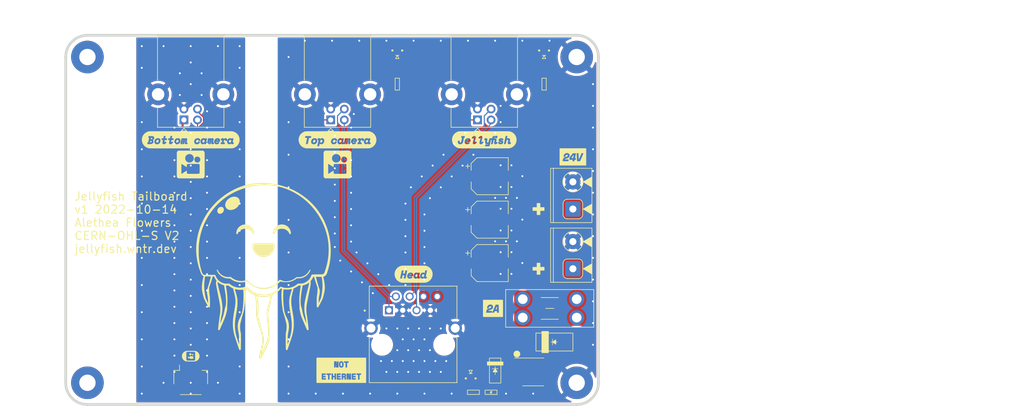
<source format=kicad_pcb>
(kicad_pcb (version 20211014) (generator pcbnew)
  (title_block (title "Jellyfish Tailboard") (date "2022-10-14") (rev "v1") (company "Winterbloom") (comment 1 "Alethea Flowers") (comment 2 "CERN-OHL-S V2") (comment 3 "jellyfish.wntr.dev"))
  (layers (0 "F.Cu" signal) (31 "B.Cu" signal) (34 "B.Paste" user) (35 "F.Paste" user) (36 "B.SilkS" user "B.Silkscreen") (37 "F.SilkS" user "F.Silkscreen") (38 "B.Mask" user) (39 "F.Mask" user) (44 "Edge.Cuts" user))
  (net 0 "")
  (net 1 "GND")
  (net 2 "+24V")
  (net 3 "/HEAD_VBUS")
  (net 4 "/CAM_VBUS")
  (net 5 "Net-(D1-Pad1)")
  (net 6 "/post fuse")
  (net 7 "Net-(D2-Pad1)")
  (net 8 "+VDC")
  (net 9 "Net-(D3-Pad1)")
  (net 10 "/HEAD_D-")
  (net 11 "/HEAD_D+")
  (net 12 "/CAM_D-")
  (net 13 "/CAM_D+")
  (net 14 "Net-(J6-Pad1)")
  (net 15 "Net-(J6-Pad4)")
  (net 16 "/BTM_CAM_D-")
  (net 17 "/BTM_CAM_D+")
  (net 20 "/gate")
  (footprint "winterbloom:LED_0805_Kingbright_APT2012" (layer "F.Cu") (at 157.5 83.075 -90)
    (fp_text reference "D2" hide)
    (fp_text value "HEAD" hide)
    (pad "1" smd roundrect (at -1.175 0 270) (size 1.25 1.25) (layers "F.Cu" "F.Paste" "F.Mask") (roundrect_rratio 0.05) (net 7 "Net-(D2-Pad1)"))
    (pad "2" smd roundrect (at 1.175 0 270) (size 1.25 1.25) (layers "F.Cu" "F.Paste" "F.Mask") (roundrect_rratio 0.05) (net 3 "/HEAD_VBUS"))
  )
  (footprint "Fuse:Fuseholder_Blade_Mini_Keystone_3568" (layer "F.Cu") (at 163.5 131.075 180)
    (fp_text reference "F1" hide)
    (fp_text value "Fuse" hide)
    (pad "1" thru_hole circle (at 0 0 180) (size 2.78 2.78) (drill 1.78) (layers *.Cu *.Mask) (net 8 "+VDC"))
    (pad "1" thru_hole circle (at 0 3.4 180) (size 2.78 2.78) (drill 1.78) (layers *.Cu *.Mask) (net 8 "+VDC"))
    (pad "2" thru_hole circle (at 9.92 0 180) (size 2.78 2.78) (drill 1.78) (layers *.Cu *.Mask) (net 6 "/post fuse"))
    (pad "2" thru_hole circle (at 9.92 3.4 180) (size 2.78 2.78) (drill 1.78) (layers *.Cu *.Mask) (net 6 "/post fuse"))
  )
  (footprint "winterbloom:Connector_RJ45_SS-7188S-A-PG4-BA-50" (layer "F.Cu") (at 133.406691 136.075)
    (fp_text reference "J5" hide)
    (fp_text value "8P8C_Shielded")
    (pad "" np_thru_hole circle (at 5.715 0) (size 3.25 3.25) (drill 3.25) (layers *.Cu *.Mask))
    (pad "" np_thru_hole circle (at -5.715 0) (size 3.25 3.25) (drill 3.25) (layers *.Cu *.Mask))
    (pad "1" thru_hole rect (at -4.445 -6.35) (size 1.478 1.478) (drill 0.97) (layers *.Cu *.Mask) (net 13 "/CAM_D+"))
    (pad "2" thru_hole circle (at -3.175 -8.89) (size 1.478 1.478) (drill 0.97) (layers *.Cu *.Mask) (net 12 "/CAM_D-"))
    (pad "3" thru_hole circle (at -1.905 -6.35) (size 1.478 1.478) (drill 0.97) (layers *.Cu *.Mask) (net 1 "GND"))
    (pad "4" thru_hole circle (at -0.635 -8.89) (size 1.478 1.478) (drill 0.97) (layers *.Cu *.Mask) (net 11 "/HEAD_D+"))
    (pad "5" thru_hole circle (at 0.635 -6.35) (size 1.478 1.478) (drill 0.97) (layers *.Cu *.Mask) (net 10 "/HEAD_D-"))
    (pad "6" thru_hole circle (at 1.905 -8.89) (size 1.478 1.478) (drill 0.97) (layers *.Cu *.Mask) (net 2 "+24V"))
    (pad "7" thru_hole circle (at 3.175 -6.35) (size 1.478 1.478) (drill 0.97) (layers *.Cu *.Mask) (net 1 "GND"))
    (pad "8" thru_hole circle (at 4.445 -8.89) (size 1.478 1.478) (drill 0.97) (layers *.Cu *.Mask) (net 2 "+24V"))
    (pad "SH" thru_hole circle (at -7.745 -3.05) (size 2.475 2.475) (drill 1.65) (layers *.Cu *.Mask) (net 1 "GND"))
    (pad "SH" thru_hole circle (at 7.745 -3.05) (size 2.475 2.475) (drill 1.65) (layers *.Cu *.Mask) (net 1 "GND"))
  )
  (footprint "Graphics" (layer "F.Cu") (at 133.5 123.075)
    (fp_text reference "" (at 0 0) (layer "F.SilkS") (effects (font (size 1.27 1.27))))
    (fp_text value "" (at 0 0) (layer "F.SilkS") (effects (font (size 1.27 1.27))))
  )
  (footprint "winterbloom:LED_0805_Kingbright_APT2012" (layer "F.Cu") (at 144 141.075 90)
    (fp_text reference "D1" hide)
    (fp_text value "24V" hide)
    (pad "1" smd roundrect (at -1.175 0 90) (size 1.25 1.25) (layers "F.Cu" "F.Paste" "F.Mask") (roundrect_rratio 0.05) (net 5 "Net-(D1-Pad1)"))
    (pad "2" smd roundrect (at 1.175 0 90) (size 1.25 1.25) (layers "F.Cu" "F.Paste" "F.Mask") (roundrect_rratio 0.05) (net 2 "+24V"))
  )
  (footprint "Capacitor_SMD:CP_Elec_6.3x9.9" (layer "F.Cu") (at 147.5 105.025)
    (fp_text reference "C1" hide)
    (fp_text value "100u" hide)
    (pad "1" smd roundrect (at -2.8 0) (size 3.5 1.6) (layers "F.Cu" "F.Paste" "F.Mask") (roundrect_rratio 0.15625) (net 2 "+24V"))
    (pad "2" smd roundrect (at 2.8 0) (size 3.5 1.6) (layers "F.Cu" "F.Paste" "F.Mask") (roundrect_rratio 0.15625) (net 1 "GND"))
  )
  (footprint "Graphics" (layer "F.Cu") (at 92.5 98.325)
    (fp_text reference "" (at 0 0) (layer "F.SilkS") (effects (font (size 1.27 1.27))))
    (fp_text value "" (at 0 0) (layer "F.SilkS") (effects (font (size 1.27 1.27))))
  )
  (footprint "winterbloom:TerminalBlock_CUI_TB002-500_1x02_P5.00mm_Vertical" (layer "F.Cu") (at 162.8 111.075 90)
    (fp_text reference "J2" hide)
    (fp_text value "DC THRU")
    (pad "1" thru_hole roundrect (at 0 0 90) (size 2.8 2.8) (drill 1.3) (layers *.Cu *.Mask) (roundrect_rratio 0.1) (net 8 "+VDC"))
    (pad "2" thru_hole circle (at 5 0 90) (size 2.8 2.8) (drill 1.3) (layers *.Cu *.Mask) (net 1 "GND"))
  )
  (footprint "winterbloom:R_0402_HandSolder" (layer "F.Cu") (at 147.75 144.825 180)
    (fp_text reference "R4" hide)
    (fp_text value "47k")
    (pad "1" smd roundrect (at -0.5975 0 180) (size 0.715 0.64) (layers "F.Cu" "F.Paste" "F.Mask") (net 20 "/gate"))
    (pad "2" smd roundrect (at 0.5975 0 180) (size 0.715 0.64) (layers "F.Cu" "F.Paste" "F.Mask") (net 1 "GND"))
  )
  (footprint "MountingHole:MountingHole_3mm_Pad" (layer "F.Cu") (at 163.5 143.075)
    (fp_text reference "H4" hide)
    (fp_text value "GND" hide)
    (pad "1" thru_hole circle (at 0 0) (size 6 6) (drill 3) (layers *.Cu *.Mask) (net 1 "GND"))
  )
  (footprint "Capacitor_SMD:CP_Elec_6.3x9.9" (layer "F.Cu") (at 147.5 121.025)
    (fp_text reference "C2" hide)
    (fp_text value "100u")
    (pad "1" smd roundrect (at -2.8 0) (size 3.5 1.6) (layers "F.Cu" "F.Paste" "F.Mask") (roundrect_rratio 0.15625) (net 2 "+24V"))
    (pad "2" smd roundrect (at 2.8 0) (size 3.5 1.6) (layers "F.Cu" "F.Paste" "F.Mask") (roundrect_rratio 0.15625) (net 1 "GND"))
  )
  (footprint "Graphics" (layer "F.Cu") (at 162.8 101.475)
    (fp_text reference "" (at 0 0) (layer "F.SilkS") (effects (font (size 1.27 1.27))))
    (fp_text value "" (at 0 0) (layer "F.SilkS") (effects (font (size 1.27 1.27))))
  )
  (footprint "Graphics" (layer "F.Cu") (at 148.1 129.375)
    (fp_text reference "" (at 0 0) (layer "F.SilkS") (effects (font (size 1.27 1.27))))
    (fp_text value "" (at 0 0) (layer "F.SilkS") (effects (font (size 1.27 1.27))))
  )
  (footprint "winterbloom:USB_B_Receptacle_Horizontal" (layer "F.Cu") (at 118.25 94.6625 90)
    (fp_text reference "J4" hide)
    (fp_text value "Top camera")
    (pad "1" thru_hole rect (at 0 0 180) (size 1.6 1.6) (drill 0.95) (layers *.Cu *.Mask) (net 4 "/CAM_VBUS"))
    (pad "2" thru_hole circle (at 0 2.5 180) (size 1.6 1.6) (drill 0.95) (layers *.Cu *.Mask) (net 12 "/CAM_D-"))
    (pad "3" thru_hole circle (at 2 2.5 180) (size 1.6 1.6) (drill 0.95) (layers *.Cu *.Mask) (net 13 "/CAM_D+"))
    (pad "4" thru_hole circle (at 2 0 180) (size 1.6 1.6) (drill 0.95) (layers *.Cu *.Mask) (net 1 "GND"))
    (pad "5" thru_hole circle (at 4.71 -4.75 180) (size 4 4) (drill 2.3) (layers *.Cu *.Mask) (net 1 "GND"))
    (pad "5" thru_hole circle (at 4.71 7.25 180) (size 4 4) (drill 2.3) (layers *.Cu *.Mask) (net 1 "GND"))
  )
  (footprint "winterbloom:R_0402_HandSolder" (layer "F.Cu") (at 144.5 144.825)
    (fp_text reference "R1" hide)
    (fp_text value "5K1")
    (pad "1" smd roundrect (at -0.5975 0) (size 0.715 0.64) (layers "F.Cu" "F.Paste" "F.Mask") (net 5 "Net-(D1-Pad1)"))
    (pad "2" smd roundrect (at 0.5975 0) (size 0.715 0.64) (layers "F.Cu" "F.Paste" "F.Mask") (net 1 "GND"))
  )
  (footprint "MountingHole:MountingHole_3mm_Pad" (layer "F.Cu") (at 163.5 83.075)
    (fp_text reference "H3" hide)
    (fp_text value "GND" hide)
    (pad "1" thru_hole circle locked (at 0 0) (size 6 6) (drill 3) (layers *.Cu *.Mask) (net 1 "GND"))
  )
  (footprint "Graphics" (layer "F.Cu") (at 120.2 140.775)
    (fp_text reference "" (at 0 0) (layer "F.SilkS") (effects (font (size 1.27 1.27))))
    (fp_text value "" (at 0 0) (layer "F.SilkS") (effects (font (size 1.27 1.27))))
  )
  (footprint "Capacitor_SMD:CP_Elec_6.3x9.9" (layer "F.Cu") (at 147.5 113.025)
    (fp_text reference "C3" hide)
    (fp_text value "100u")
    (pad "1" smd roundrect (at -2.8 0) (size 3.5 1.6) (layers "F.Cu" "F.Paste" "F.Mask") (roundrect_rratio 0.15625) (net 2 "+24V"))
    (pad "2" smd roundrect (at 2.8 0) (size 3.5 1.6) (layers "F.Cu" "F.Paste" "F.Mask") (roundrect_rratio 0.15625) (net 1 "GND"))
  )
  (footprint "MountingHole:MountingHole_3mm_Pad" (layer "F.Cu") (at 73.5 143.075)
    (fp_text reference "H2" hide)
    (fp_text value "GND" hide)
    (pad "1" thru_hole circle (at 0 0) (size 6 6) (drill 3) (layers *.Cu *.Mask))
  )
  (footprint "Graphics" (layer "F.Cu") (at 92.5 102.875)
    (fp_text reference "" (at 0 0) (layer "F.SilkS") (effects (font (size 1.27 1.27))))
    (fp_text value "" (at 0 0) (layer "F.SilkS") (effects (font (size 1.27 1.27))))
  )
  (footprint "Package_SO:SOIC-8_3.9x4.9mm_P1.27mm" (layer "F.Cu") (at 155.5 141.075)
    (fp_text reference "Q1" hide)
    (fp_text value "DMP3037LSS-13" hide)
    (pad "1" smd roundrect (at -2.475 -1.905) (size 1.95 0.6) (layers "F.Cu" "F.Paste" "F.Mask") (net 2 "+24V"))
    (pad "2" smd roundrect (at -2.475 -0.635) (size 1.95 0.6) (layers "F.Cu" "F.Paste" "F.Mask") (net 2 "+24V"))
    (pad "3" smd roundrect (at -2.475 0.635) (size 1.95 0.6) (layers "F.Cu" "F.Paste" "F.Mask") (net 2 "+24V"))
    (pad "4" smd roundrect (at -2.475 1.905) (size 1.95 0.6) (layers "F.Cu" "F.Paste" "F.Mask") (net 20 "/gate"))
    (pad "5" smd roundrect (at 2.475 1.905) (size 1.95 0.6) (layers "F.Cu" "F.Paste" "F.Mask") (net 6 "/post fuse"))
    (pad "6" smd roundrect (at 2.475 0.635) (size 1.95 0.6) (layers "F.Cu" "F.Paste" "F.Mask") (net 6 "/post fuse"))
    (pad "7" smd roundrect (at 2.475 -0.635) (size 1.95 0.6) (layers "F.Cu" "F.Paste" "F.Mask") (net 6 "/post fuse"))
    (pad "8" smd roundrect (at 2.475 -1.905) (size 1.95 0.6) (layers "F.Cu" "F.Paste" "F.Mask") (net 6 "/post fuse"))
  )
  (footprint "Graphics" (layer "F.Cu") (at 156 111.075)
    (fp_text reference "" (at 0 0) (layer "F.SilkS") (effects (font (size 1.27 1.27))))
    (fp_text value "" (at 0 0) (layer "F.SilkS") (effects (font (size 1.27 1.27))))
  )
  (footprint "Graphics" (layer "F.Cu") (at 119.5 98.325)
    (fp_text reference "" (at 0 0) (layer "F.SilkS") (effects (font (size 1.27 1.27))))
    (fp_text value "" (at 0 0) (layer "F.SilkS") (effects (font (size 1.27 1.27))))
  )
  (footprint "Graphics" (layer "F.Cu") (at 92.5 138.175)
    (fp_text reference "" (at 0 0) (layer "F.SilkS") (effects (font (size 1.27 1.27))))
    (fp_text value "" (at 0 0) (layer "F.SilkS") (effects (font (size 1.27 1.27))))
  )
  (footprint "winterbloom:D_SMA" (layer "F.Cu") (at 159.4 135.575)
    (fp_text reference "D4" hide)
    (fp_text value "SMAJ28A")
    (pad "1" smd rect (at -2 0) (size 2.5 1.8) (layers "F.Cu" "F.Paste" "F.Mask") (net 6 "/post fuse"))
    (pad "2" smd rect (at 2 0) (size 2.5 1.8) (layers "F.Cu" "F.Paste" "F.Mask") (net 1 "GND"))
  )
  (footprint "winterbloom:TerminalBlock_CUI_TB002-500_1x02_P5.00mm_Vertical" (layer "F.Cu") (at 162.8 122.075 90)
    (fp_text reference "J1" hide)
    (fp_text value "DC IN")
    (pad "1" thru_hole roundrect (at 0 0 90) (size 2.8 2.8) (drill 1.3) (layers *.Cu *.Mask) (roundrect_rratio 0.1) (net 8 "+VDC"))
    (pad "2" thru_hole circle (at 5 0 90) (size 2.8 2.8) (drill 1.3) (layers *.Cu *.Mask) (net 1 "GND"))
  )
  (footprint "Graphics" (layer "F.Cu") (at 119.5 102.875)
    (fp_text reference "" (at 0 0) (layer "F.SilkS") (effects (font (size 1.27 1.27))))
    (fp_text value "" (at 0 0) (layer "F.SilkS") (effects (font (size 1.27 1.27))))
  )
  (footprint "winterbloom:USB_B_Receptacle_Horizontal" (layer "F.Cu") (at 145.25 94.6625 90)
    (fp_text reference "J3" hide)
    (fp_text value "Head")
    (pad "1" thru_hole rect (at 0 0 180) (size 1.6 1.6) (drill 0.95) (layers *.Cu *.Mask) (net 3 "/HEAD_VBUS"))
    (pad "2" thru_hole circle (at 0 2.5 180) (size 1.6 1.6) (drill 0.95) (layers *.Cu *.Mask) (net 10 "/HEAD_D-"))
    (pad "3" thru_hole circle (at 2 2.5 180) (size 1.6 1.6) (drill 0.95) (layers *.Cu *.Mask) (net 11 "/HEAD_D+"))
    (pad "4" thru_hole circle (at 2 0 180) (size 1.6 1.6) (drill 0.95) (layers *.Cu *.Mask) (net 1 "GND"))
    (pad "5" thru_hole circle (at 4.71 7.25 180) (size 4 4) (drill 2.3) (layers *.Cu *.Mask) (net 1 "GND"))
    (pad "5" thru_hole circle (at 4.71 -4.75 180) (size 4 4) (drill 2.3) (layers *.Cu *.Mask) (net 1 "GND"))
  )
  (footprint "winterbloom:R_0402_HandSolder" (layer "F.Cu") (at 130.5 88.075 90)
    (fp_text reference "R3" hide)
    (fp_text value "5.1k")
    (pad "1" smd roundrect (at -0.5975 0 90) (size 0.715 0.64) (layers "F.Cu" "F.Paste" "F.Mask") (net 9 "Net-(D3-Pad1)"))
    (pad "2" smd roundrect (at 0.5975 0 90) (size 0.715 0.64) (layers "F.Cu" "F.Paste" "F.Mask") (net 1 "GND"))
  )
  (footprint "winterbloom:R_0402_HandSolder" (layer "F.Cu") (at 157.5 88.075 -90)
    (fp_text reference "R2" hide)
    (fp_text value "5.1k")
    (pad "1" smd roundrect (at -0.5975 0 270) (size 0.715 0.64) (layers "F.Cu" "F.Paste" "F.Mask") (net 7 "Net-(D2-Pad1)"))
    (pad "2" smd roundrect (at 0.5975 0 270) (size 0.715 0.64) (layers "F.Cu" "F.Paste" "F.Mask") (net 1 "GND"))
  )
  (footprint "winterbloom:D_SOD-123" (layer "F.Cu") (at 148.5 140.825 -90)
    (fp_text reference "D5" hide)
    (fp_text value "PDZ16BGWJ")
    (pad "1" smd rect (at -1.635 0 270) (size 0.91 1.22) (layers "F.Cu" "F.Paste" "F.Mask") (net 2 "+24V"))
    (pad "2" smd rect (at 1.635 0 270) (size 0.91 1.22) (layers "F.Cu" "F.Paste" "F.Mask") (net 20 "/gate"))
  )
  (footprint "Connector_JST:JST_SH_SM04B-SRSS-TB_1x04-1MP_P1.00mm_Horizontal" (layer "F.Cu") (at 92.5 142.575)
    (fp_text reference "J7" hide)
    (fp_text value "Bottom camera")
    (pad "1" smd roundrect (at -1.5 -2) (size 0.6 1.55) (layers "F.Cu" "F.Paste" "F.Mask") (net 14 "Net-(J6-Pad1)"))
    (pad "2" smd roundrect (at -0.5 -2) (size 0.6 1.55) (layers "F.Cu" "F.Paste" "F.Mask") (net 16 "/BTM_CAM_D-"))
    (pad "3" smd roundrect (at 0.5 -2) (size 0.6 1.55) (layers "F.Cu" "F.Paste" "F.Mask") (net 17 "/BTM_CAM_D+"))
    (pad "4" smd roundrect (at 1.5 -2) (size 0.6 1.55) (layers "F.Cu" "F.Paste" "F.Mask") (net 15 "Net-(J6-Pad4)"))
    (pad "MP" smd roundrect (at -2.8 1.875) (size 1.2 1.8) (layers "F.Cu" "F.Paste" "F.Mask") (roundrect_rratio 0.2083333333) (net 15 "Net-(J6-Pad4)"))
    (pad "MP" smd roundrect (at 2.8 1.875) (size 1.2 1.8) (layers "F.Cu" "F.Paste" "F.Mask") (roundrect_rratio 0.2083333333) (net 15 "Net-(J6-Pad4)"))
  )
  (footprint "Graphics" (layer "F.Cu") (at 146.5 98.325)
    (fp_text reference "" (at 0 0) (layer "F.SilkS") (effects (font (size 1.27 1.27))))
    (fp_text value "" (at 0 0) (layer "F.SilkS") (effects (font (size 1.27 1.27))))
  )
  (footprint "Graphics" (layer "F.Cu") (at 156 122.075)
    (fp_text reference "" (at 0 0) (layer "F.SilkS") (effects (font (size 1.27 1.27))))
    (fp_text value "" (at 0 0) (layer "F.SilkS") (effects (font (size 1.27 1.27))))
  )
  (footprint "winterbloom:LED_0805_Kingbright_APT2012" (layer "F.Cu") (at 130.5 83.075 -90)
    (fp_text reference "D3" hide)
    (fp_text value "CAM" hide)
    (pad "1" smd roundrect (at -1.175 0 270) (size 1.25 1.25) (layers "F.Cu" "F.Paste" "F.Mask") (roundrect_rratio 0.05) (net 9 "Net-(D3-Pad1)"))
    (pad "2" smd roundrect (at 1.175 0 270) (size 1.25 1.25) (layers "F.Cu" "F.Paste" "F.Mask") (roundrect_rratio 0.05) (net 4 "/CAM_VBUS"))
  )
  (footprint "Graphics" (layer "F.Cu") (at 105.9 122.475)
    (fp_text reference "" (at 0 0) (layer "F.SilkS") (effects (font (size 1.27 1.27))))
    (fp_text value "" (at 0 0) (layer "F.SilkS") (effects (font (size 1.27 1.27))))
  )
  (footprint "MountingHole:MountingHole_3mm_Pad" (layer "F.Cu") (at 73.5 83.075)
    (fp_text reference "H1" hide)
    (fp_text value "GND" hide)
    (pad "1" thru_hole circle locked (at 0 0) (size 6 6) (drill 3) (layers *.Cu *.Mask))
  )
  (footprint "winterbloom:USB_B_Receptacle_Horizontal" (layer "F.Cu") (at 91.25 94.6625 90)
    (fp_text reference "J6" hide)
    (fp_text value "Bottom camera")
    (pad "1" thru_hole rect (at 0 0 180) (size 1.6 1.6) (drill 0.95) (layers *.Cu *.Mask) (net 14 "Net-(J6-Pad1)"))
    (pad "2" thru_hole circle (at 0 2.5 180) (size 1.6 1.6) (drill 0.95) (layers *.Cu *.Mask) (net 16 "/BTM_CAM_D-"))
    (pad "3" thru_hole circle (at 2 2.5 180) (size 1.6 1.6) (drill 0.95) (layers *.Cu *.Mask) (net 17 "/BTM_CAM_D+"))
    (pad "4" thru_hole circle (at 2 0 180) (size 1.6 1.6) (drill 0.95) (layers *.Cu *.Mask) (net 15 "Net-(J6-Pad4)"))
    (pad "5" thru_hole circle (at 4.71 -4.75 180) (size 4 4) (drill 2.3) (layers *.Cu *.Mask) (net 15 "Net-(J6-Pad4)"))
    (pad "5" thru_hole circle (at 4.71 7.25 180) (size 4 4) (drill 2.3) (layers *.Cu *.Mask) (net 15 "Net-(J6-Pad4)"))
  )
  (gr_circle (center 152.5 137.775) (end 153.06 137.775) (layer "F.SilkS") (width 0.12) (fill solid))
  (gr_arc (start 69.5 83.075) (mid 70.671573 80.246573) (end 73.5 79.075) (layer "Edge.Cuts") (width 0.5))
  (gr_line (start 73.5 79.075) (end 163.5 79.075) (layer "Edge.Cuts") (width 0.5))
  (gr_line (start 167.5 83.075) (end 167.5 143.075) (layer "Edge.Cuts") (width 0.5))
  (gr_arc (start 73.5 147.075) (mid 70.671573 145.903427) (end 69.5 143.075) (layer "Edge.Cuts") (width 0.5))
  (gr_arc (start 163.5 79.075) (mid 166.328427 80.246573) (end 167.5 83.075) (layer "Edge.Cuts") (width 0.5))
  (gr_line (start 69.5 143.075) (end 69.5 83.075) (layer "Edge.Cuts") (width 0.5))
  (gr_line (start 163.5 147.075) (end 73.5 147.075) (layer "Edge.Cuts") (width 0.5))
  (gr_arc (start 167.5 143.075) (mid 166.328427 145.903427) (end 163.5 147.075) (layer "Edge.Cuts") (width 0.5))
  (gr_text "${TITLE}\n${REVISION} ${ISSUE_DATE}\n${COMMENT1}\n${COMMENT2}\n${COMMENT3}\n${COMMENT4}" (at 71 113.575) (layer "F.SilkS") (effects (font (size 1.5 1.5) (thickness 0.2)) (justify left)))
  (via (at 136.5 133.075) (size 0.7) (drill 0.35) (layers "F.Cu" "B.Cu") (net 1))
  (via (at 129.5 139.075) (size 0.7) (drill 0.35) (layers "F.Cu" "B.Cu") (net 1))
  (via (at 138.5 141.075) (size 0.7) (drill 0.35) (layers "F.Cu" "B.Cu") (net 1))
  (via (at 133.5 139.075) (size 0.7) (drill 0.35) (layers "F.Cu" "B.Cu") (net 1))
  (via (at 166.5 112.075) (size 0.7) (drill 0.35) (layers "F.Cu" "B.Cu") (net 1))
  (via (at 151.5 111.025) (size 0.7) (drill 0.35) (layers "F.Cu" "B.Cu") (net 1))
  (via (at 149.5 103.025) (size 0.7) (drill 0.35) (layers "F.Cu" "B.Cu") (net 1))
  (via (at 129 125.075) (size 0.7) (drill 0.35) (layers "F.Cu" "B.Cu") (net 1))
  (via (at 166.5 100.075) (size 0.7) (drill 0.35) (layers "F.Cu" "B.Cu") (net 1))
  (via (at 166.5 120.075) (size 0.7) (drill 0.35) (layers "F.Cu" "B.Cu") (net 1))
  (via (at 136.5 109.075) (size 0.7) (drill 0.35) (layers "F.Cu" "B.Cu") (net 1))
  (via (at 132 116.075) (size 0.7) (drill 0.35) (layers "F.Cu" "B.Cu") (net 1))
  (via (at 131.5 135.075) (size 0.7) (drill 0.35) (layers "F.Cu" "B.Cu") (net 1))
  (via (at 130.5 141.075) (size 0.7) (drill 0.35) (layers "F.Cu" "B.Cu") (net 1))
  (via (at 128.5 141.075) (size 0.7) (drill 0.35) (layers "F.Cu" "B.Cu") (net 1))
  (via (at 152.5 117.025) (size 0.7) (drill 0.35) (layers "F.Cu" "B.Cu") (net 1))
  (via (at 132 110.075) (size 0.7) (drill 0.35) (layers "F.Cu" "B.Cu") (net 1))
  (via (at 137.5 139.075) (size 0.7) (drill 0.35) (layers "F.Cu" "B.Cu") (net 1))
  (via (at 158.5 80.075) (size 0.7) (drill 0.35) (layers "F.Cu" "B.Cu") (net 1))
  (via (at 150.5 117.025) (size 0.7) (drill 0.35) (layers "F.Cu" "B.Cu") (net 1))
  (via (at 135.5 112.075) (size 0.7) (drill 0.35) (layers "F.Cu" "B.Cu") (net 1))
  (via (at 119 100.575) (size 0.7) (drill 0.35) (layers "F.Cu" "B.Cu") (net 1))
  (via (at 149.5 111.025) (size 0.7) (drill 0.35) (layers "F.Cu" "B.Cu") (net 1))
  (via (at 135.5 135.075) (size 0.7) (drill 0.35) (layers "F.Cu" "B.Cu") (net 1))
  (via (at 135.5 145.075) (size 0.7) (drill 0.35) (layers "F.Cu" "B.Cu") (net 1))
  (via (at 122.5 93.575) (size 0.7) (drill 0.35) (layers "F.Cu" "B.Cu") (net 1))
  (via (at 120.5 145.075) (size 0.7) (drill 0.35) (layers "F.Cu" "B.Cu") (net 1))
  (via (at 166.5 92.075) (size 0.7) (drill 0.35) (layers "F.Cu" "B.Cu") (net 1))
  (via (at 128.5 80.075) (size 0.7) (drill 0.35) (layers "F.Cu" "B.Cu") (net 1))
  (via (at 133.5 135.075) (size 0.7) (drill 0.35) (layers "F.Cu" "B.Cu") (net 1))
  (via (at 119 118.075) (size 0.7) (drill 0.35) (layers "F.Cu" "B.Cu") (net 1))
  (via (at 110.5 135.075) (size 0.7) (drill 0.35) (layers "F.Cu" "B.Cu") (net 1))
  (via (at 122 108.075) (size 0.7) (drill 0.35) (layers "F.Cu" "B.Cu") (net 1))
  (via (at 135.5 139.075) (size 0.7) (drill 0.35) (layers "F.Cu" "B.Cu") (net 1))
  (via (at 134.5 141.075) (size 0.7) (drill 0.35) (layers "F.Cu" "B.Cu") (net 1))
  (via (at 134.5 137.075) (size 0.7) (drill 0.35) (layers "F.Cu" "B.Cu") (net 1))
  (via (at 166.5 116.075) (size 0.7) (drill 0.35) (layers "F.Cu" "B.Cu") (net 1))
  (via (at 123 119.075) (size 0.7) (drill 0.35) (layers "F.Cu" "B.Cu") (net 1))
  (via (at 118.5 80.075) (size 0.7) (drill 0.35) (layers "F.Cu" "B.Cu") (net 1))
  (via (at 130.5 133.075) (size 0.7) (drill 0.35) (layers "F.Cu" "B.Cu") (net 1))
  (via (at 130.5 145.075) (size 0.7) (drill 0.35) (layers "F.Cu" "B.Cu") (net 1))
  (via (at 151.5 119.025) (size 0.7) (drill 0.35) (layers "F.Cu" "B.Cu") (net 1))
  (via (at 166.5 132.075) (size 0.7) (drill 0.35) (layers "F.Cu" "B.Cu") (net 1))
  (via (at 135.5 124.075) (size 0.7) (drill 0.35) (layers "F.Cu" "B.Cu") (net 1))
  (via (at 127 123.075) (size 0.7) (drill 0.35) (layers "F.Cu" "B.Cu") (net 1))
  (via (at 166.5 108.075) (size 0.7) (drill 0.35) (layers "F.Cu" "B.Cu") (net 1))
  (via (at 110.5 125.075) (size 0.7) (drill 0.35) (layers "F.Cu" "B.Cu") (net 1))
  (via (at 132.5 133.075) (size 0.7) (drill 0.35) (layers "F.Cu" "B.Cu") (net 1))
  (via (at 131.5 139.075) (size 0.7) (drill 0.35) (layers "F.Cu" "B.Cu") (net 1))
  (via (at 149.5 95.075) (size 0.7) (drill 0.35) (layers "F.Cu" "B.Cu") (net 1))
  (via (at 153.5 105.025) (size 0.7) (drill 0.35) (layers "F.Cu" "B.Cu") (net 1))
  (via (at 132 119.075) (size 0.7) (drill 0.35) (layers "F.Cu" "B.Cu") (net 1))
  (via (at 135.5 115.075) (size 0.7) (drill 0.35) (layers "F.Cu" "B.Cu") (net 1))
  (via (at 110.5 95.075) (size 0.7) (drill 0.35) (layers "F.Cu" "B.Cu") (net 1))
  (via (at 153.5 113.025) (size 0.7) (drill 0.35) (layers "F.Cu" "B.Cu") (net 1))
  (via (at 110.5 113.075) (size 0.7) (drill 0.35) (layers "F.Cu" "B.Cu") (net 1))
  (via (at 132.5 141.075) (size 0.7) (drill 0.35) (layers "F.Cu" "B.Cu") (net 1))
  (via (at 151.5 123.025) (size 0.7) (drill 0.35) (layers "F.Cu" "B.Cu") (net 1))
  (via (at 155.5 145.075) (size 0.7) (drill 0.35) (layers "F.Cu" "B.Cu") (net 1))
  (via (at 144.5 101.075) (size 0.7) (drill 0.35) (layers "F.Cu" "B.Cu") (net 1))
  (via (at 143.5 80.075) (size 0.7) (drill 0.35) (layers "F.Cu" "B.Cu") (net 1))
  (via (at 110.5 140.075) (size 0.7) (drill 0.35) (layers "F.Cu" "B.Cu") (net 1))
  (via (at 130.5 137.075) (size 0.7) (drill 0.35) (layers "F.Cu" "B.Cu") (net 1))
  (via (at 151.5 115.025) (size 0.7) (drill 0.35) (layers "F.Cu" "B.Cu") (net 1))
  (via (at 138.5 107.075) (size 0.7) (drill 0.35) (layers "F.Cu" "B.Cu") (net 1))
  (via (at 143 97.075) (size 0.7) (drill 0.35) (layers "F.Cu" "B.Cu") (net 1))
  (via (at 150.5 145.075) (size 0.7) (drill 0.35) (layers "F.Cu" "B.Cu") (net 1))
  (via (at 149.5 123.025) (size 0.7) (drill 0.35) (layers "F.Cu" "B.Cu") (net 1))
  (via (at 139 101.075) (size 0.7) (drill 0.35) (layers "F.Cu" "B.Cu") (net 1))
  (via (at 166.5 128.075) (size 0.7) (drill 0.35) (layers "F.Cu" "B.Cu") (net 1))
  (via (at 138.5 133.075) (size 0.7) (drill 0.35) (layers "F.Cu" "B.Cu") (net 1))
  (via (at 166.5 104.075) (size 0.7) (drill 0.35) (layers "F.Cu" "B.Cu") (net 1))
  (via (at 153.5 121.025) (size 0.7) (drill 0.35) (layers "F.Cu" "B.Cu") (net 1))
  (via (at 119 109.575) (size 0.7) (drill 0.35) (layers "F.Cu" "B.Cu") (net 1))
  (via (at 153.5 80.075) (size 0.7) (drill 0.35) (layers "F.Cu" "B.Cu") (net 1))
  (via (at 148.5 97.075) (size 0.7) (drill 0.35) (layers "F.Cu" "B.Cu") (net 1))
  (via (at 110.5 119.075) (size 0.7) (drill 0.35) (layers "F.Cu" "B.Cu") (net 1))
  (via (at 152.5 109.025) (size 0.7) (drill 0.35) (layers "F.Cu" "B.Cu") (net 1))
  (via (at 139.5 139.075) (size 0.7) (drill 0.35) (layers "F.Cu" "B.Cu") (net 1))
  (via (at 140.5 145.075) (size 0.7) (drill 0.35) (layers "F.Cu" "B.Cu") (net 1))
  (via (at 119 97.575) (size 0.7) (drill 0.35) (layers "F.Cu" "B.Cu") (net 1))
  (via (at 128.5 133.075) (size 0.7) (drill 0.35) (layers "F.Cu" "B.Cu") (net 1))
  (via (at 122 114.075) (size 0.7) (drill 0.35) (layers "F.Cu" "B.Cu") (net 1))
  (via (at 125 121.075) (size 0.7) (drill 0.35) (layers "F.Cu" "B.Cu") (net 1))
  (via (at 148.5 109.025) (size 0.7) (drill 0.35) (layers "F.Cu" "B.Cu") (net 1))
  (via (at 148.5 117.025) (size 0.7) (drill 0.35) (layers "F.Cu" "B.Cu") (net 1))
  (via (at 166.5 88.075) (size 0.7) (drill 0.35) (layers "F.Cu" "B.Cu") (net 1))
  (via (at 122 102.075) (size 0.7) (drill 0.35) (layers "F.Cu" "B.Cu") (net 1))
  (via (at 166.5 96.075) (size 0.7) (drill 0.35) (layers "F.Cu" "B.Cu") (net 1))
  (via (at 149.5 119.025) (size 0.7) (drill 0.35) (layers "F.Cu" "B.Cu") (net 1))
  (via (at 122 96.075) (size 0.7) (drill 0.35) (layers "F.Cu" "B.Cu") (net 1))
  (via (at 166.5 124.075) (size 0.7) (drill 0.35) (layers "F.Cu" "B.Cu") (net 1))
  (via (at 126 126.575) (size 0.7) (drill 0.35) (layers "F.Cu" "B.Cu") (net 1))
  (via (at 132.5 137.075) (size 0.7) (drill 0.35) (layers "F.Cu" "B.Cu") (net 1))
  (via (at 122 122.575) (size 0.7) (drill 0.35) (layers "F.Cu" "B.Cu") (net 1))
  (via (at 149.5 107.025) (size 0.7) (drill 0.35) (layers "F.Cu" "B.Cu") (net 1))
  (via (at 132 122.075) (size 0.7) (drill 0.35) (layers "F.Cu" "B.Cu") (net 1))
  (via (at 151.5 103.025) (size 0.7) (drill 0.35) (layers "F.Cu" "B.Cu") (net 1))
  (via (at 166.5 136.075) (size 0.7) (drill 0.35) (layers "F.Cu" "B.Cu") (net 1))
  (via (at 142.5 103.075) (size 0.7) (drill 0.35) (layers "F.Cu" "B.Cu") (net 1))
  (via (at 146.5 99.075) (size 0.7) (drill 0.35) (layers "F.Cu" "B.Cu") (net 1))
  (via (at 122 111.075) (size 0.7) (drill 0.35) (layers "F.Cu" "B.Cu") (net 1))
  (via (at 141 99.075) (size 0.7) (drill 0.35) (layers "F.Cu" "B.Cu") (net 1))
  (via (at 113.5 80.075) (size 0.7) (drill 0.35) (layers "F.Cu" "B.Cu") (net 1))
  (via (at 119 115.575) (size 0.7) (drill 0.35) (layers "F.Cu" "B.Cu") (net 1))
  (via (at 135.5 121.075) (size 0.7) (drill 0.35) (layers "F.Cu" "B.Cu") (net 1))
  (via (at 127.5 139.075) (size 0.7) (drill 0.35) (layers "F.Cu" "B.Cu") (net 1))
  (via (at 125.5 145.075) (size 0.7) (drill 0.35) (layers "F.Cu" "B.Cu") (net 1))
  (via (at 115.5 145.075) (size 0.7) (drill 0.35) (layers "F.Cu" "B.Cu") (net 1))
  (via (at 135.5 118.075) (size 0.7) (drill 0.35) (layers "F.Cu" "B.Cu") (net 1))
  (via (at 122 117.075) (size 0.7) (drill 0.35) (layers "F.Cu" "B.Cu") (net 1))
  (via (at 110.5 83.075) (size 0.7) (drill 0.35) (layers "F.Cu" "B.Cu") (net 1))
  (via (at 119 106.575) (size 0.7) (drill 0.35) (layers "F.Cu" "B.Cu") (net 1))
  (via (at 110.5 145.075) (size 0.7) (drill 0.35) (layers "F.Cu" "B.Cu") (net 1))
  (via (at 151.5 107.025) (size 0.7) (drill 0.35) (layers "F.Cu" "B.Cu") (net 1))
  (via (at 134.5 133.075) (size 0.7) (drill 0.35) (layers "F.Cu" "B.Cu") (net 1))
  (via (at 137 103.075) (size 0.7) (drill 0.35) (layers "F.Cu" "B.Cu") (net 1))
  (via (at 110.5 130.075) (size 0.7) (drill 0.35) (layers "F.Cu" "B.Cu") (net 1))
  (via (at 122 105.075) (size 0.7) (drill 0.35) (layers "F.Cu" "B.Cu") (net 1))
  (via (at 149.5 92.075) (size 0.7) (drill 0.35) (layers "F.Cu" "B.Cu") (net 1))
  (via (at 133 107.075) (size 0.7) (drill 0.35) (layers "F.Cu" "B.Cu") (net 1))
  (via (at 120 120.575) (size 0.7) (drill 0.35) (layers "F.Cu" "B.Cu") (net 1))
  (via (at 132 113.075) (size 0.7) (drill 0.35) (layers "F.Cu" "B.Cu") (net 1))
  (via (at 138.5 80.075) (size 0.7) (drill 0.35) (layers "F.Cu" "B.Cu") (net 1))
  (via (at 124 124.575) (size 0.7) (drill 0.35) (layers "F.Cu" "B.Cu") (net 1))
  (via (at 135 105.075) (size 0.7) (drill 0.35) (layers "F.Cu" "B.Cu") (net 1))
  (via (at 136.5 141.075) (size 0.7) (drill 0.35) (layers "F.Cu" "B.Cu") (net 1))
  (via (at 136.5 137.075) (size 0.7) (drill 0.35) (layers "F.Cu" "B.Cu") (net 1))
  (via (at 123.5 80.075) (size 0.7) (drill 0.35) (layers "F.Cu" "B.Cu") (net 1))
  (via (at 132 125.075) (size 0.7) (drill 0.35) (layers "F.Cu" "B.Cu") (net 1))
  (via (at 110.5 107.075) (size 0.7) (drill 0.35) (layers "F.Cu" "B.Cu") (net 1))
  (via (at 140.5 105.075) (size 0.7) (drill 0.35) (layers "F.Cu" "B.Cu") (net 1))
  (via (at 149.5 115.025) (size 0.7) (drill 0.35) (layers "F.Cu" "B.Cu") (net 1))
  (via (at 119 112.575) (size 0.7) (drill 0.35) (layers "F.Cu" "B.Cu") (net 1))
  (via (at 122 99.075) (size 0.7) (drill 0.35) (layers "F.Cu" "B.Cu") (net 1))
  (via (at 150.5 109.025) (size 0.7) (drill 0.35) (layers "F.Cu" "B.Cu") (net 1))
  (via (at 133.5 80.075) (size 0.7) (drill 0.35) (layers "F.Cu" "B.Cu") (net 1))
  (via (at 119 103.575) (size 0.7) (drill 0.35) (layers "F.Cu" "B.Cu") (net 1))
  (via (at 110.5 101.075) (size 0.7) (drill 0.35) (layers "F.Cu" "B.Cu") (net 1))
  (via (at 148.5 80.075) (size 0.7) (drill 0.35) (layers "F.Cu" "B.Cu") (net 1))
  (segment (start 143.3 93.975) (end 143.3 91.924538) (width 0.2) (layer "F.Cu") (net 3))
  (segment (start 145.25 94.6625) (end 143.9875 94.6625) (width 0.2) (layer "F.Cu") (net 3))
  (segment (start 144.849538 90.375) (end 147.411375 90.375) (width 0.2) (layer "F.Cu") (net 3))
  (segment (start 149.2 88.586375) (end 149.2 85.975) (width 0.2) (layer "F.Cu") (net 3))
  (segment (start 150.9 84.275) (end 157.475 84.275) (width 0.2) (layer "F.Cu") (net 3))
  (arc (start 157.475 84.275) (mid 157.492678 84.267678) (end 157.5 84.25) (width 0.2) (layer "F.Cu") (net 3))
  (arc (start 147.411375 90.375) (mid 148.676124 89.851124) (end 149.2 88.586375) (width 0.2) (layer "F.Cu") (net 3))
  (arc (start 149.2 85.975) (mid 149.697918 84.772918) (end 150.9 84.275) (width 0.2) (layer "F.Cu") (net 3))
  (arc (start 143.3 91.924538) (mid 143.753849 90.828849) (end 144.849538 90.375) (width 0.2) (layer "F.Cu") (net 3))
  (arc (start 143.9875 94.6625) (mid 143.501364 94.461136) (end 143.3 93.975) (width 0.2) (layer "F.Cu") (net 3))
  (segment (start 118.371035 90.075) (end 118.6 90.075) (width 0.2) (layer "F.Cu") (net 4))
  (segment (start 122.3 84.275) (end 130.475 84.275) (width 0.2) (layer "F.Cu") (net 4))
  (segment (start 120.3 88.375) (end 120.3 86.275) (width 0.2) (layer "F.Cu") (net 4))
  (segment (start 118.25 94.6625) (end 116.9875 94.6625) (width 0.2) (layer "F.Cu") (net 4))
  (segment (start 116.3 93.975) (end 116.3 92.146035) (width 0.2) (layer "F.Cu") (net 4))
  (arc (start 118.6 90.075) (mid 119.802082 89.577082) (end 120.3 88.375) (width 0.2) (layer "F.Cu") (net 4))
  (arc (start 116.9875 94.6625) (mid 116.501364 94.461136) (end 116.3 93.975) (width 0.2) (layer "F.Cu") (net 4))
  (arc (start 130.475 84.275) (mid 130.492678 84.267678) (end 130.5 84.25) (width 0.2) (layer "F.Cu") (net 4))
  (arc (start 116.3 92.146035) (mid 116.906592 90.681592) (end 118.371035 90.075) (width 0.2) (layer "F.Cu") (net 4))
  (arc (start 120.3 86.275) (mid 120.885786 84.860786) (end 122.3 84.275) (width 0.2) (layer "F.Cu") (net 4))
  (segment (start 143.9025 142.3475) (end 144 142.25) (width 0.3) (layer "F.Cu") (net 5))
  (segment (start 143.9025 144.825) (end 143.9025 142.3475) (width 0.3) (layer "F.Cu") (net 5))
  (segment (start 157.5 87.4775) (end 157.9975 87.4775) (width 0.2) (layer "F.Cu") (net 7))
  (segment (start 158.125 81.9) (end 157.5 81.9) (width 0.2) (layer "F.Cu") (net 7))
  (segment (start 158.9 86.575) (end 158.9 82.675) (width 0.2) (layer "F.Cu") (net 7))
  (arc (start 157.9975 87.4775) (mid 158.635664 87.213164) (end 158.9 86.575) (width 0.2) (layer "F.Cu") (net 7))
  (arc (start 158.9 82.675) (mid 158.673008 82.126992) (end 158.125 81.9) (width 0.2) (layer "F.Cu") (net 7))
  (segment (start 131.0025 88.6725) (end 130.5 88.6725) (width 0.2) (layer "F.Cu") (net 9))
  (segment (start 130.5 81.9) (end 131.125 81.9) (width 0.2) (layer "F.Cu") (net 9))
  (segment (start 132.1 82.875) (end 132.1 87.575) (width 0.2) (layer "F.Cu") (net 9))
  (arc (start 131.125 81.9) (mid 131.814429 82.185571) (end 132.1 82.875) (width 0.2) (layer "F.Cu") (net 9))
  (arc (start 132.1 87.575) (mid 131.77855 88.35105) (end 131.0025 88.6725) (width 0.2) (layer "F.Cu") (net 9))
  (segment (start 134.041691 109.066153) (end 147.75 95.357844) (width 0.2) (layer "B.Cu") (net 10))
  (segment (start 134.041691 129.725) (end 134.041691 109.066153) (width 0.2) (layer "B.Cu") (net 10))
  (segment (start 147.75 95.357844) (end 147.75 94.6625) (width 0.2) (layer "B.Cu") (net 10))
  (segment (start 146.5 96.042156) (end 133.641691 108.900465) (width 0.2) (layer "B.Cu") (net 11))
  (segment (start 146.5 93.9125) (end 146.5 96.042156) (width 0.2) (layer "B.Cu") (net 11))
  (segment (start 133.641691 126.315) (end 132.771691 127.185) (width 0.2) (layer "B.Cu") (net 11))
  (segment (start 147.75 92.6625) (end 146.5 93.9125) (width 0.2) (layer "B.Cu") (net 11))
  (segment (start 133.641691 108.900465) (end 133.641691 126.315) (width 0.2) (layer "B.Cu") (net 11))
  (segment (start 121.05 103.225) (end 121.366427 103.225) (width 0.2) (layer "B.Cu") (net 12))
  (segment (start 121.366427 103.825) (end 121.05 103.825) (width 0.2) (layer "B.Cu") (net 12))
  (segment (start 121.008213 101.983213) (end 121.008214 101.983213) (width 0.2) (layer "B.Cu") (net 12))
  (segment (start 120.75 104.125) (end 120.75 105.375) (width 0.2) (layer "B.Cu") (net 12))
  (segment (start 121.008214 102.583213) (end 121.008213 102.583213) (width 0.2) (layer "B.Cu") (net 12))
  (segment (start 120.75 102.841426) (end 120.75 102.925) (width 0.2) (layer "B.Cu") (net 12))
  (segment (start 129.244534 127.185) (end 130.231691 127.185) (width 0.2) (layer "B.Cu") (net 12))
  (segment (start 121.05 100.825) (end 121.366427 100.825) (width 0.2) (layer "B.Cu") (net 12))
  (segment (start 121.266427 102.241426) (end 121.266427 102.325) (width 0.2) (layer "B.Cu") (net 12))
  (segment (start 121.05 99.625) (end 121.366427 99.625) (width 0.2) (layer "B.Cu") (net 12))
  (segment (start 120.75 118.690466) (end 129.244534 127.185) (width 0.2) (layer "B.Cu") (net 12))
  (segment (start 120.75 94.6625) (end 120.75 99.325) (width 0.2) (layer "B.Cu") (net 12))
  (segment (start 121.366427 100.225) (end 121.05 100.225) (width 0.2) (layer "B.Cu") (net 12))
  (segment (start 121.366427 101.425) (end 121.05 101.425) (width 0.2) (layer "B.Cu") (net 12))
  (segment (start 120.75 105.375) (end 120.75 118.690466) (width 0.2) (layer "B.Cu") (net 12))
  (arc (start 121.366427 103.225) (mid 121.578559 103.312868) (end 121.666427 103.525) (width 0.2) (layer "B.Cu") (net 12))
  (arc (start 121.366427 100.825) (mid 121.578559 100.912868) (end 121.666427 101.125) (width 0.2) (layer "B.Cu") (net 12))
  (arc (start 121.266427 102.325) (mid 121.190798 102.507584) (end 121.008214 102.583213) (width 0.2) (layer "B.Cu") (net 12))
  (arc (start 120.75 99.325) (mid 120.837868 99.537132) (end 121.05 99.625) (width 0.2) (layer "B.Cu") (net 12))
  (arc (start 120.75 102.925) (mid 120.837868 103.137132) (end 121.05 103.225) (width 0.2) (layer "B.Cu") (net 12))
  (arc (start 120.75 101.725) (mid 120.825629 101.907584) (end 121.008213 101.983213) (width 0.2) (layer "B.Cu") (net 12))
  (arc (start 121.008214 101.983213) (mid 121.190798 102.058842) (end 121.266427 102.241426) (width 0.2) (layer "B.Cu") (net 12))
  (arc (start 121.05 103.825) (mid 120.837868 103.912868) (end 120.75 104.125) (width 0.2) (layer "B.Cu") (net 12))
  (arc (start 121.666427 99.925) (mid 121.578559 100.137132) (end 121.366427 100.225) (width 0.2) (layer "B.Cu") (net 12))
  (arc (start 121.666427 103.525) (mid 121.578559 103.737132) (end 121.366427 103.825) (width 0.2) (layer "B.Cu") (net 12))
  (arc (start 121.008213 102.583213) (mid 120.825629 102.658842) (end 120.75 102.841426) (width 0.2) (layer "B.Cu") (net 12))
  (arc (start 121.05 100.225) (mid 120.837868 100.312868) (end 120.75 100.525) (width 0.2) (layer "B.Cu") (net 12))
  (arc (start 121.666427 101.125) (mid 121.578559 101.337132) (end 121.366427 101.425) (width 0.2) (layer "B.Cu") (net 12))
  (arc (start 120.75 100.525) (mid 120.837868 100.737132) (end 121.05 100.825) (width 0.2) (layer "B.Cu") (net 12))
  (arc (start 121.366427 99.625) (mid 121.578559 99.712868) (end 121.666427 99.925) (width 0.2) (layer "B.Cu") (net 12))
  (arc (start 121.05 101.425) (mid 120.837868 101.512868) (end 120.75 101.725) (width 0.2) (layer "B.Cu") (net 12))
  (segment (start 120.35 96.025) (end 119.5 95.175) (width 0.2) (layer "B.Cu") (net 13))
  (segment (start 128.961691 127.467843) (end 120.35 118.856152) (width 0.2) (layer "B.Cu") (net 13))
  (segment (start 120.35 118.856152) (end 120.35 96.025) (width 0.2) (layer "B.Cu") (net 13))
  (segment (start 119.5 93.9125) (end 120.75 92.6625) (width 0.2) (layer "B.Cu") (net 13))
  (segment (start 119.5 95.175) (end 119.5 93.9125) (width 0.2) (layer "B.Cu") (net 13))
  (segment (start 128.961691 129.725) (end 128.961691 127.467843) (width 0.2) (layer "B.Cu") (net 13))
  (segment (start 91.25 94.6625) (end 91 94.9125) (width 0.4) (layer "F.Cu") (net 14))
  (segment (start 91 94.9125) (end 91 140.575) (width 0.4) (layer "F.Cu") (net 14))
  (via (at 89.5 141.075) (size 0.7) (drill 0.35) (layers "F.Cu" "B.Cu") (net 15))
  (via (at 92.5 112.075) (size 0.7) (drill 0.35) (layers "F.Cu" "B.Cu") (net 15))
  (via (at 87.5 143.075) (size 0.7) (drill 0.35) (layers "F.Cu" "B.Cu") (net 15))
  (via (at 92.5 127.075) (size 0.7) (drill 0.35) (layers "F.Cu" "B.Cu") (net 15))
  (via (at 83.5 85.075) (size 0.7) (drill 0.35) (layers "F.Cu" "B.Cu") (net 15))
  (via (at 101.5 145.075) (size 0.7) (drill 0.35) (layers "F.Cu" "B.Cu") (net 15))
  (via (at 92.5 133.075) (size 0.7) (drill 0.35) (layers "F.Cu" "B.Cu") (net 15))
  (via (at 89.5 138.075) (size 0.7) (drill 0.35) (layers "F.Cu" "B.Cu") (net 15))
  (via (at 95.5 99.075) (size 0.7) (drill 0.35) (layers "F.Cu" "B.Cu") (net 15))
  (via (at 92.5 100.075) (size 0.7) (drill 0.35) (layers "F.Cu" "B.Cu") (net 15))
  (via (at 89.5 96.075) (size 0.7) (drill 0.35) (layers "F.Cu" "B.Cu") (net 15))
  (via (at 87.5 81.075) (size 0.7) (drill 0.35) (layers "F.Cu" "B.Cu") (net 15))
  (via (at 101.5 105.075) (size 0.7) (drill 0.35) (layers "F.Cu" "B.Cu") (net 15))
  (via (at 83.5 125.075) (size 0.7) (drill 0.35) (layers "F.Cu" "B.Cu") (net 15))
  (via (at 101.5 140.075) (size 0.7) (drill 0.35) (layers "F.Cu" "B.Cu") (net 15))
  (via (at 89.5 99.075) (size 0.7) (drill 0.35) (layers "F.Cu" "B.Cu") (net 15))
  (via (at 101.5 95.075) (size 0.7) (drill 0.35) (layers "F.Cu" "B.Cu") (net 15))
  (via (at 94.5 86.075) (size 0.7) (drill 0.35) (layers "F.Cu" "B.Cu") (net 15))
  (via (at 83.5 100.075) (size 0.7) (drill 0.35) (layers "F.Cu" "B.Cu") (net 15))
  (via (at 83.5 120.075) (size 0.7) (drill 0.35) (layers "F.Cu" "B.Cu") (net 15))
  (via (at 92.5 121.075) (size 0.7) (drill 0.35) (layers "F.Cu" "B.Cu") (net 15))
  (via (at 83.5 95.075) (size 0.7) (drill 0.35) (layers "F.Cu" "B.Cu") (net 15))
  (via (at 92.5 84.075) (size 0.7) (drill 0.35) (layers "F.Cu" "B.Cu") (net 15))
  (via (at 95.5 114.075) (size 0.7) (drill 0.35) (layers "F.Cu" "B.Cu") (net 15))
  (via (at 83.5 140.075) (size 0.7) (drill 0.35) (layers "F.Cu" "B.Cu") (net 15))
  (via (at 101.5 135.075) (size 0.7) (drill 0.35) (layers "F.Cu" "B.Cu") (net 15))
  (via (at 92.5 115.075) (size 0.7) (drill 0.35) (layers "F.Cu" "B.Cu") (net 15))
  (via (at 95.5 117.075) (size 0.7) (drill 0.35) (layers "F.Cu" "B.Cu") (net 15))
  (via (at 101.5 130.075) (size 0.7) (drill 0.35) (layers "F.Cu" "B.Cu") (net 15))
  (via (at 83.5 81.075) (size 0.7) (drill 0.35) (layers "F.Cu" "B.Cu") (net 15))
  (via (at 95.5 132.075) (size 0.7) (drill 0.35) (layers "F.Cu" "B.Cu") (net 15))
  (via (at 101.5 120.075) (size 0.7) (drill 0.35) (layers "F.Cu" "B.Cu") (net 15))
  (via (at 95.5 135.075) (size 0.7) (drill 0.35) (layers "F.Cu" "B.Cu") (net 15))
  (via (at 90.5 86.075) (size 0.7) (drill 0.35) (layers "F.Cu" "B.Cu") (net 15))
  (via (at 95.5 93.075) (size 0.7) (drill 0.35) (layers "F.Cu" "B.Cu") (net 15))
  (via (at 95.5 105.075) (size 0.7) (drill 0.35) (layers "F.Cu" "B.Cu") (net 15))
  (via (at 89.5 123.075) (size 0.7) (drill 0.35) (layers "F.Cu" "B.Cu") (net 15))
  (via (at 97.5 143.075) (size 0.7) (drill 0.35) (layers "F.Cu" "B.Cu") (net 15))
  (via (at 95.5 141.075) (size 0.7) (drill 0.35) (layers "F.Cu" "B.Cu") (net 15))
  (via (at 92.5 145.075) (size 0.7) (drill 0.35) (layers "F.Cu" "B.Cu") (net 15))
  (via (at 92.5 130.075) (size 0.7) (drill 0.35) (layers "F.Cu" "B.Cu") (net 15))
  (via (at 92.5 109.075) (size 0.7) (drill 0.35) (layers "F.Cu" "B.Cu") (net 15))
  (via (at 83.5 110.075) (size 0.7) (drill 0.35) (layers "F.Cu" "B.Cu") (net 15))
  (via (at 101.5 100.075) (size 0.7) (drill 0.35) (layers "F.Cu" "B.Cu") (net 15))
  (via (at 94.5 90.075) (size 0.7) (drill 0.35) (layers "F.Cu" "B.Cu") (net 15))
  (via (at 92.5 103.075) (size 0.7) (drill 0.35) (layers "F.Cu" "B.Cu") (net 15))
  (via (at 101.5 125.075) (size 0.7) (drill 0.35) (layers "F.Cu" "B.Cu") (net 15))
  (via (at 101.5 81.075) (size 0.7) (drill 0.35) (layers "F.Cu" "B.Cu") (net 15))
  (via (at 89.5 132.075) (size 0.7) (drill 0.35) (layers "F.Cu" "B.Cu") (net 15))
  (via (at 89.5 129.075) (size 0.7) (drill 0.35) (layers "F.Cu" "B.Cu") (net 15))
  (via (at 89.5 111.075) (size 0.7) (drill 0.35) (layers "F.Cu" "B.Cu") (net 15))
  (via (at 89.5 102.075) (size 0.7) (drill 0.35) (layers "F.Cu" "B.Cu") (net 15))
  (via (at 95.5 138.075) (size 0.7) (drill 0.35) (layers "F.Cu" "B.Cu") (net 15))
  (via (at 92.5 124.075) (size 0.7) (drill 0.35) (layers "F.Cu" "B.Cu") (net 15))
  (via (at 89.5 117.075) (size 0.7) (drill 0.35) (layers "F.Cu" "B.Cu") (net 15))
  (via (at 92.5 118.075) (size 0.7) (drill 0.35) (layers "F.Cu" "B.Cu") (net 15))
  (via (at 89.5 120.075) (size 0.7) (drill 0.35) (layers "F.Cu" "B.Cu") (net 15))
  (via (at 95.5 120.075) (size 0.7) (drill 0.35) (layers "F.Cu" "B.Cu") (net 15))
  (via (at 95.5 126.075) (size 0.7) (drill 0.35) (layers "F.Cu" "B.Cu") (net 15))
  (via (at 92.5 88.075) (size 0.7) (drill 0.35) (layers "F.Cu" "B.Cu") (net 15))
  (via (at 83.5 130.075) (size 0.7) (drill 0.35) (layers "F.Cu" "B.Cu") (net 15))
  (via (at 83.5 105.075) (size 0.7) (drill 0.35) (layers "F.Cu" "B.Cu") (net 15))
  (via (at 92.5 81.075) (size 0.7) (drill 0.35) (layers "F.Cu" "B.Cu") (net 15))
  (via (at 83.5 135.075) (size 0.7) (drill 0.35) (layers "F.Cu" "B.Cu") (net 15))
  (via (at 101.5 115.075) (size 0.7) (drill 0.35) (layers "F.Cu" "B.Cu") (net 15))
  (via (at 89.5 108.075) (size 0.7) (drill 0.35) (layers "F.Cu" "B.Cu") (net 15))
  (via (at 89.5 126.075) (size 0.7) (drill 0.35) (layers "F.Cu" "B.Cu") (net 15))
  (via (at 101.5 85.075) (size 0.7) (drill 0.35) (layers "F.Cu" "B.Cu") (net 15))
  (via (at 90.5 90.075) (size 0.7) (drill 0.35) (layers "F.Cu" "B.Cu") (net 15))
  (via (at 95.5 102.075) (size 0.7) (drill 0.35) (layers "F.Cu" "B.Cu") (net 15))
  (via (at 92.5 136.075) (size 0.7) (drill 0.35) (layers "F.Cu" "B.Cu") (net 15))
  (via (at 97.5 81.075) (size 0.7) (drill 0.35) (layers "F.Cu" "B.Cu") (net 15))
  (via (at 83.5 115.075) (size 0.7) (drill 0.35) (layers "F.Cu" "B.Cu") (net 15))
  (via (at 95.5 96.075) (size 0.7) (drill 0.35) (layers "F.Cu" "B.Cu") (net 15))
  (via (at 101.5 110.075) (size 0.7) (drill 0.35) (layers "F.Cu" "B.Cu") (net 15))
  (via (at 95.5 108.075) (size 0.7) (drill 0.35) (layers "F.Cu" "B.Cu") (net 15))
  (via (at 92.5 97.075) (size 0.7) (drill 0.35) (layers "F.Cu" "B.Cu") (net 15))
  (via (at 89.5 135.075) (size 0.7) (drill 0.35) (layers "F.Cu" "B.Cu") (net 15))
  (via (at 83.5 145.075) (size 0.7) (drill 0.35) (layers "F.Cu" "B.Cu") (net 15))
  (via (at 92.5 143.075) (size 0.7) (drill 0.35) (layers "F.Cu" "B.Cu") (net 15))
  (via (at 95.5 111.075) (size 0.7) (drill 0.35) (layers "F.Cu" "B.Cu") (net 15))
  (via (at 89.5 114.075) (size 0.7) (drill 0.35) (layers "F.Cu" "B.Cu") (net 15))
  (via (at 95.5 123.075) (size 0.7) (drill 0.35) (layers "F.Cu" "B.Cu") (net 15))
  (via (at 92.5 106.075) (size 0.7) (drill 0.35) (layers "F.Cu" "B.Cu") (net 15))
  (via (at 95.5 129.075) (size 0.7) (drill 0.35) (layers "F.Cu" "B.Cu") (net 15))
  (via (at 89.5 105.075) (size 0.7) (drill 0.35) (layers "F.Cu" "B.Cu") (net 15))
  (segment (start 93.75 132.61898) (end 93.75 132.425) (width 0.2) (layer "F.Cu") (net 16))
  (segment (start 93.75 131.175001) (end 93.75 94.6625) (width 0.2) (layer "F.Cu") (net 16))
  (segment (start 92 140.575) (end 92 139.975) (width 0.2) (layer "F.Cu") (net 16))
  (segment (start 93.243979 131.525) (end 93.45 131.525) (width 0.2) (layer "F.Cu") (net 16))
  (segment (start 93.75 131.225) (end 93.75 131.175001) (width 0.2) (layer "F.Cu") (net 16))
  (segment (start 93.343979 133.21898) (end 93.343979 133.025) (width 0.2) (layer "F.Cu") (net 16))
  (segment (start 93.243979 133.925) (end 93.45 133.925) (width 0.2) (layer "F.Cu") (net 16))
  (segment (start 93.75 138.225) (end 93.75 134.825) (width 0.2) (layer "F.Cu") (net 16))
  (segment (start 93.54699 133.42199) (end 93.546989 133.42199) (width 0.2) (layer "F.Cu") (net 16))
  (segment (start 93.45 134.525) (end 93.243979 134.525) (width 0.2) (layer "F.Cu") (net 16))
  (segment (start 93.546989 132.82199) (end 93.54699 132.82199) (width 0.2) (layer "F.Cu") (net 16))
  (segment (start 93.45 132.125) (end 93.243979 132.125) (width 0.2) (layer "F.Cu") (net 16))
  (segment (start 92 139.975) (end 93.75 138.225) (width 0.2) (layer "F.Cu") (net 16))
  (arc (start 93.75 134.825) (mid 93.662132 134.612868) (end 93.45 134.525) (width 0.2) (layer "F.Cu") (net 16))
  (arc (start 92.943979 131.825) (mid 93.031847 131.612868) (end 93.243979 131.525) (width 0.2) (layer "F.Cu") (net 16))
  (arc (start 93.75 132.425) (mid 93.662132 132.212868) (end 93.45 132.125) (width 0.2) (layer "F.Cu") (net 16))
  (arc (start 92.943979 134.225) (mid 93.031847 134.012868) (end 93.243979 133.925) (width 0.2) (layer "F.Cu") (net 16))
  (arc (start 93.546989 133.42199) (mid 93.403439 133.36253) (end 93.343979 133.21898) (width 0.2) (layer "F.Cu") (net 16))
  (arc (start 93.45 133.925) (mid 93.662132 133.837132) (end 93.75 133.625) (width 0.2) (layer "F.Cu") (net 16))
  (arc (start 93.343979 133.025) (mid 93.403439 132.88145) (end 93.546989 132.82199) (width 0.2) (layer "F.Cu") (net 16))
  (arc (start 93.54699 132.82199) (mid 93.69054 132.76253) (end 93.75 132.61898) (width 0.2) (layer "F.Cu") (net 16))
  (arc (start 93.243979 134.525) (mid 93.031847 134.437132) (end 92.943979 134.225) (width 0.2) (layer "F.Cu") (net 16))
  (arc (start 93.243979 132.125) (mid 93.031847 132.037132) (end 92.943979 131.825) (width 0.2) (layer "F.Cu") (net 16))
  (arc (start 93.45 131.525) (mid 93.662132 131.437132) (end 93.75 131.225) (width 0.2) (layer "F.Cu") (net 16))
  (arc (start 93.75 133.625) (mid 93.69054 133.48145) (end 93.54699 133.42199) (width 0.2) (layer "F.Cu") (net 16))
  (segment (start 94.15 138.425) (end 94.15 95.817444) (width 0.2) (layer "F.Cu") (net 17))
  (segment (start 94.15 95.817444) (end 94.849511 95.117933) (width 0.2) (layer "F.Cu") (net 17))
  (segment (start 93 139.575) (end 94.15 138.425) (width 0.2) (layer "F.Cu") (net 17))
  (segment (start 94.849511 95.117933) (end 94.849511 94.207067) (width 0.2) (layer "F.Cu") (net 17))
  (segment (start 94.15 93.0625) (end 93.75 92.6625) (width 0.2) (layer "F.Cu") (net 17))
  (segment (start 94.849511 94.207067) (end 94.15 93.507556) (width 0.2) (layer "F.Cu") (net 17))
  (segment (start 93 140.575) (end 93 139.575) (width 0.2) (layer "F.Cu") (net 17))
  (segment (start 94.15 93.507556) (end 94.15 93.0625) (width 0.2) (layer "F.Cu") (net 17))
  (segment (start 153.025 142.98) (end 150.705 142.98) (width 0.3) (layer "F.Cu") (net 20))
  (segment (start 150.185 142.46) (end 148.5 142.46) (width 0.3) (layer "F.Cu") (net 20))
  (segment (start 150.705 142.98) (end 150.185 142.46) (width 0.3) (layer "F.Cu") (net 20))
  (segment (start 148.3475 142.6125) (end 148.5 142.46) (width 0.3) (layer "F.Cu") (net 20))
  (segment (start 148.3475 144.825) (end 148.3475 142.6125) (width 0.3) (layer "F.Cu") (net 20))
  (zone (net 15) (net_name "Net-(J6-Pad4)") (layers F&B.Cu) (connect_pads thru_hole_only (clearance 0.4)) (min_thickness 0.254) (fill yes (thermal_gap 0.508) (thermal_bridge_width 1))
    (polygon (pts (xy 102.5 148.075) (xy 82.5 148.075) (xy 82.5 78.075) (xy 102.5 78.075)))
  )
  (zone (net 2) (net_name "+24V") (layer "F.Cu") (priority 2) (connect_pads yes (clearance 0.254)) (min_thickness 0.254) (fill yes (thermal_gap 0.508) (thermal_bridge_width 1.2) (smoothing fillet) (radius 0.5))
    (polygon (pts (xy 147.5 125.575) (xy 147.5 133.075) (xy 154.5 138.575) (xy 154.5 142.075) (xy 152 142.075) (xy 150 140.575) (xy 143 140.575) (xy 143 130.575) (xy 139.5 128.575) (xy 134.5 128.575) (xy 134.5 126.075) (xy 139.5 126.075) (xy 142 121.075) (xy 142 103.575) (xy 147.5 103.575)))
  )
  (zone (net 8) (net_name "+VDC") (layer "F.Cu") (priority 2) (connect_pads yes (clearance 0.4)) (min_thickness 0.254) (fill yes (thermal_gap 0.508) (thermal_bridge_width 1.2) (smoothing fillet) (radius 0.5))
    (polygon (pts (xy 165.5 124.075) (xy 165.5 128.075) (xy 165.5 132.575) (xy 160.5 132.575) (xy 160.5 128.075) (xy 160.5 124.075) (xy 160.5 108.575) (xy 165.5 108.575)))
  )
  (zone (net 6) (net_name "/post fuse") (layer "F.Cu") (priority 2) (connect_pads yes (clearance 0.4)) (min_thickness 0.254) (fill yes (thermal_gap 0.508) (thermal_bridge_width 1.2) (smoothing fillet) (radius 0.5))
    (polygon (pts (xy 158.5 134.075) (xy 159.3 137.075) (xy 159.5 138.575) (xy 159.5 143.575) (xy 156.5 143.575) (xy 156.5 138.575) (xy 152 132.575) (xy 152 126.075) (xy 155.5 126.075)))
  )
  (zone (net 1) (net_name "GND") (layer "F.Cu") (connect_pads thru_hole_only (clearance 0.4)) (min_thickness 0.254) (fill yes (thermal_gap 0.508) (thermal_bridge_width 0.8))
    (polygon (pts (xy 169 148.075) (xy 108.934211 148.075001) (xy 108.934211 78.075001) (xy 169 78.075)))
  )
  (zone (net 1) (net_name "GND") (layer "B.Cu") (connect_pads thru_hole_only (clearance 0.4)) (min_thickness 0.254) (fill yes (thermal_gap 0.508) (thermal_bridge_width 1))
    (polygon (pts (xy 169 148.075) (xy 108.5 148.075) (xy 108.5 78.075) (xy 169 78.075)))
  )
)
</source>
